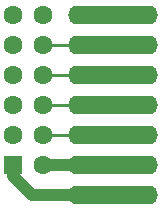
<source format=gtl>
%FSLAX46Y46*%
G04 Gerber Fmt 4.6, Leading zero omitted, Abs format (unit mm)*
G04 Created by KiCad (PCBNEW (2014-08-05 BZR 5054)-product) date Sun 07 Dec 2014 10:25:36 PM PST*
%MOMM*%
G01*
G04 APERTURE LIST*
%ADD10C,0.100000*%
%ADD11O,7.600000X1.600000*%
%ADD12R,1.600000X1.500000*%
%ADD13C,1.600000*%
%ADD14C,1.000000*%
%ADD15C,0.400000*%
%ADD16C,0.250000*%
G04 APERTURE END LIST*
D10*
D11*
X10000000Y-16600000D03*
X10000000Y-14060000D03*
X10000000Y-11520000D03*
X10000000Y-8980000D03*
X10000000Y-6440000D03*
X10000000Y-3900000D03*
X10000000Y-1360000D03*
D12*
X1600000Y-14100000D03*
D13*
X4140000Y-14100000D03*
X1600000Y-11560000D03*
X4140000Y-11560000D03*
X1600000Y-9020000D03*
X4140000Y-9020000D03*
X1600000Y-6480000D03*
X4140000Y-6480000D03*
X1600000Y-3940000D03*
X4140000Y-3940000D03*
X1600000Y-1400000D03*
X4140000Y-1400000D03*
D14*
X1600000Y-15000000D02*
X3200000Y-16600000D01*
X3200000Y-16600000D02*
X10000000Y-16600000D01*
X1600000Y-14100000D02*
X1600000Y-15000000D01*
D15*
X9960000Y-14100000D02*
X10000000Y-14060000D01*
D14*
X9960000Y-14100000D02*
X10000000Y-14060000D01*
X4140000Y-14100000D02*
X9960000Y-14100000D01*
D16*
X9960000Y-11560000D02*
X10000000Y-11520000D01*
X4140000Y-11560000D02*
X9960000Y-11560000D01*
X9960000Y-9020000D02*
X10000000Y-8980000D01*
X4140000Y-9020000D02*
X9960000Y-9020000D01*
X9960000Y-6480000D02*
X10000000Y-6440000D01*
X4140000Y-6480000D02*
X9960000Y-6480000D01*
X9960000Y-3940000D02*
X10000000Y-3900000D01*
X4140000Y-3940000D02*
X9960000Y-3940000D01*
M02*

</source>
